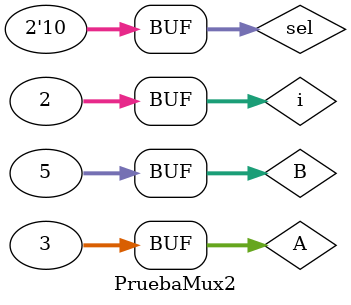
<source format=v>
`timescale 1ns / 1ps


module PruebaMux2;
	//Objetivo de la prueba
	//Verificar el correcto funncionamiento del MUX de 2 entradas
	//Para ver todas las convinaciones colocar en el tiempo 0.20
	// Inputs
	reg [31:0] A;
	reg [31:0] B;
	reg [1:0] sel;

	// Outputs
	wire [31:0] O;

	// Instantiate the Unit Under Test (UUT)
	Mux2entradas uut (
		.A(A), 
		.B(B),
		.O(O), 
		.sel(sel)
	);
	integer i=0;
	initial begin
		// Initialize Inputs
		// commo el mux lo que va a hacer es elejir una de las 2
		//entradas sse les colocara un valor distinto a todas
		A = 3;
		B = 5;
		sel = 0;

		// Wait 100 ns for global reset to finish
		#100;
		// con el for lo que cambia es el valor del sel, para visualizar todas las obciones
      for (i=0;i<=1;i=i+1)
      begin
			sel = sel + 1;
			#100;
      end;
		
		//Lo que se espera es que cada vez que cambie el selector tambien cambie el 
		//valor de la salida, segun la entrada que se seleccione con el mux
	end
endmodule


</source>
